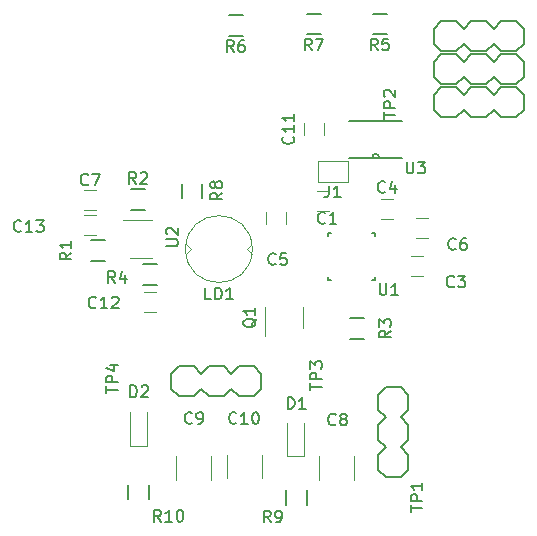
<source format=gto>
G04 #@! TF.GenerationSoftware,KiCad,Pcbnew,no-vcs-found-2a3a699~58~ubuntu16.04.1*
G04 #@! TF.CreationDate,2017-05-21T17:49:45+03:00*
G04 #@! TF.ProjectId,interferometer,696E7465726665726F6D657465722E6B,rev?*
G04 #@! TF.FileFunction,Legend,Top*
G04 #@! TF.FilePolarity,Positive*
%FSLAX46Y46*%
G04 Gerber Fmt 4.6, Leading zero omitted, Abs format (unit mm)*
G04 Created by KiCad (PCBNEW no-vcs-found-2a3a699~58~ubuntu16.04.1) date Sun May 21 17:49:45 2017*
%MOMM*%
%LPD*%
G01*
G04 APERTURE LIST*
%ADD10C,0.100000*%
%ADD11C,0.120000*%
%ADD12C,0.152400*%
%ADD13C,0.150000*%
%ADD14C,0.203200*%
G04 APERTURE END LIST*
D10*
D11*
X163545600Y-89026000D02*
X161005600Y-89026000D01*
X161005600Y-90806000D02*
X163545600Y-90806000D01*
X161005600Y-90806000D02*
X161005600Y-89026000D01*
X163545600Y-89026000D02*
X163545600Y-90806000D01*
D12*
X166222799Y-88773000D02*
G75*
G03X165613199Y-88773000I-304800J0D01*
G01*
X163670099Y-88773000D02*
X168165899Y-88773000D01*
X168165899Y-85674200D02*
X163670099Y-85674200D01*
D11*
X169299000Y-95592000D02*
X170299000Y-95592000D01*
X170299000Y-93892000D02*
X169299000Y-93892000D01*
X142232000Y-93638000D02*
X141232000Y-93638000D01*
X141232000Y-95338000D02*
X142232000Y-95338000D01*
X146950000Y-94021000D02*
X144500000Y-94021000D01*
X145150000Y-97241000D02*
X146950000Y-97241000D01*
D13*
X141828000Y-95772000D02*
X143028000Y-95772000D01*
X143028000Y-97522000D02*
X141828000Y-97522000D01*
D11*
X158431000Y-114068000D02*
X158431000Y-111268000D01*
X159831000Y-114068000D02*
X159831000Y-111268000D01*
X158431000Y-114068000D02*
X159831000Y-114068000D01*
X145146800Y-113153600D02*
X145146800Y-110353600D01*
X146546800Y-113153600D02*
X146546800Y-110353600D01*
X145146800Y-113153600D02*
X146546800Y-113153600D01*
D13*
X160082200Y-116951200D02*
X160082200Y-118151200D01*
X158332200Y-118151200D02*
X158332200Y-116951200D01*
X146721800Y-116519400D02*
X146721800Y-117719400D01*
X144971800Y-117719400D02*
X144971800Y-116519400D01*
D14*
X168021000Y-115824000D02*
X166751000Y-115824000D01*
X166116000Y-110109000D02*
X166116000Y-108839000D01*
X166751000Y-108204000D02*
X166116000Y-108839000D01*
X168656000Y-108839000D02*
X168021000Y-108204000D01*
X168021000Y-108204000D02*
X166751000Y-108204000D01*
X166116000Y-111379000D02*
X166751000Y-110744000D01*
X166116000Y-112649000D02*
X166116000Y-111379000D01*
X166751000Y-113284000D02*
X166116000Y-112649000D01*
X168656000Y-112649000D02*
X168021000Y-113284000D01*
X168656000Y-111379000D02*
X168656000Y-112649000D01*
X168021000Y-110744000D02*
X168656000Y-111379000D01*
X166751000Y-110744000D02*
X166116000Y-110109000D01*
X168656000Y-110109000D02*
X168021000Y-110744000D01*
X168656000Y-108839000D02*
X168656000Y-110109000D01*
X166116000Y-113919000D02*
X166751000Y-113284000D01*
X166116000Y-115189000D02*
X166116000Y-113919000D01*
X166751000Y-115824000D02*
X166116000Y-115189000D01*
X168656000Y-115189000D02*
X168021000Y-115824000D01*
X168656000Y-113919000D02*
X168656000Y-115189000D01*
X168021000Y-113284000D02*
X168656000Y-113919000D01*
D10*
X150238000Y-96520000D02*
X149838000Y-96120000D01*
X150238000Y-96520000D02*
X149838000Y-96920000D01*
X155038000Y-96520000D02*
X155438000Y-96120000D01*
X155038000Y-96520000D02*
X155438000Y-96920000D01*
X155466427Y-96520000D02*
G75*
G03X155466427Y-96520000I-2828427J0D01*
G01*
D12*
X162114860Y-95173800D02*
X161856100Y-95173800D01*
X165843900Y-95432560D02*
X165843900Y-95173800D01*
X165585140Y-99161600D02*
X165843900Y-99161600D01*
X161856100Y-99161600D02*
X162114860Y-99161600D01*
X161856100Y-95173800D02*
X161856100Y-95432560D01*
X165843900Y-95173800D02*
X165585140Y-95173800D01*
X165843900Y-99161600D02*
X165843900Y-98902840D01*
X161856100Y-98902840D02*
X161856100Y-99161600D01*
D11*
X146312000Y-101815000D02*
X147312000Y-101815000D01*
X147312000Y-100115000D02*
X146312000Y-100115000D01*
X161505000Y-86860000D02*
X161505000Y-85860000D01*
X159805000Y-85860000D02*
X159805000Y-86860000D01*
X158330000Y-94353000D02*
X158330000Y-93353000D01*
X156630000Y-93353000D02*
X156630000Y-94353000D01*
X166378000Y-93941000D02*
X167378000Y-93941000D01*
X167378000Y-92241000D02*
X166378000Y-92241000D01*
X168918000Y-98767000D02*
X169918000Y-98767000D01*
X169918000Y-97067000D02*
X168918000Y-97067000D01*
X161917000Y-91606000D02*
X160917000Y-91606000D01*
X160917000Y-93306000D02*
X161917000Y-93306000D01*
X141232000Y-93179000D02*
X142232000Y-93179000D01*
X142232000Y-91479000D02*
X141232000Y-91479000D01*
X161085000Y-114062000D02*
X161085000Y-116062000D01*
X164035000Y-116062000D02*
X164035000Y-114062000D01*
X149020000Y-114062000D02*
X149020000Y-116062000D01*
X151970000Y-116062000D02*
X151970000Y-114062000D01*
X153338000Y-113935000D02*
X153338000Y-115935000D01*
X156288000Y-115935000D02*
X156288000Y-113935000D01*
D13*
X146212000Y-97804000D02*
X147412000Y-97804000D01*
X147412000Y-99554000D02*
X146212000Y-99554000D01*
X163738000Y-102376000D02*
X164938000Y-102376000D01*
X164938000Y-104126000D02*
X163738000Y-104126000D01*
X146396000Y-93204000D02*
X145196000Y-93204000D01*
X145196000Y-91454000D02*
X146396000Y-91454000D01*
X151243000Y-90967000D02*
X151243000Y-92167000D01*
X149493000Y-92167000D02*
X149493000Y-90967000D01*
X160055000Y-76595000D02*
X161255000Y-76595000D01*
X161255000Y-78345000D02*
X160055000Y-78345000D01*
X154651000Y-78472000D02*
X153451000Y-78472000D01*
X153451000Y-76722000D02*
X154651000Y-76722000D01*
X165643000Y-76595000D02*
X166843000Y-76595000D01*
X166843000Y-78345000D02*
X165643000Y-78345000D01*
D11*
X156548000Y-101401000D02*
X156548000Y-103851000D01*
X159768000Y-103201000D02*
X159768000Y-101401000D01*
D14*
X170815000Y-81915000D02*
X170815000Y-80645000D01*
X176530000Y-80010000D02*
X177800000Y-80010000D01*
X178435000Y-80645000D02*
X177800000Y-80010000D01*
X177800000Y-82550000D02*
X178435000Y-81915000D01*
X178435000Y-81915000D02*
X178435000Y-80645000D01*
X175260000Y-80010000D02*
X175895000Y-80645000D01*
X173990000Y-80010000D02*
X175260000Y-80010000D01*
X173355000Y-80645000D02*
X173990000Y-80010000D01*
X173990000Y-82550000D02*
X173355000Y-81915000D01*
X175260000Y-82550000D02*
X173990000Y-82550000D01*
X175895000Y-81915000D02*
X175260000Y-82550000D01*
X175895000Y-80645000D02*
X176530000Y-80010000D01*
X176530000Y-82550000D02*
X175895000Y-81915000D01*
X177800000Y-82550000D02*
X176530000Y-82550000D01*
X172720000Y-80010000D02*
X173355000Y-80645000D01*
X171450000Y-80010000D02*
X172720000Y-80010000D01*
X170815000Y-80645000D02*
X171450000Y-80010000D01*
X171450000Y-82550000D02*
X170815000Y-81915000D01*
X172720000Y-82550000D02*
X171450000Y-82550000D01*
X173355000Y-81915000D02*
X172720000Y-82550000D01*
X170815000Y-79121000D02*
X170815000Y-77851000D01*
X176530000Y-77216000D02*
X177800000Y-77216000D01*
X178435000Y-77851000D02*
X177800000Y-77216000D01*
X177800000Y-79756000D02*
X178435000Y-79121000D01*
X178435000Y-79121000D02*
X178435000Y-77851000D01*
X175260000Y-77216000D02*
X175895000Y-77851000D01*
X173990000Y-77216000D02*
X175260000Y-77216000D01*
X173355000Y-77851000D02*
X173990000Y-77216000D01*
X173990000Y-79756000D02*
X173355000Y-79121000D01*
X175260000Y-79756000D02*
X173990000Y-79756000D01*
X175895000Y-79121000D02*
X175260000Y-79756000D01*
X175895000Y-77851000D02*
X176530000Y-77216000D01*
X176530000Y-79756000D02*
X175895000Y-79121000D01*
X177800000Y-79756000D02*
X176530000Y-79756000D01*
X172720000Y-77216000D02*
X173355000Y-77851000D01*
X171450000Y-77216000D02*
X172720000Y-77216000D01*
X170815000Y-77851000D02*
X171450000Y-77216000D01*
X171450000Y-79756000D02*
X170815000Y-79121000D01*
X172720000Y-79756000D02*
X171450000Y-79756000D01*
X173355000Y-79121000D02*
X172720000Y-79756000D01*
X148590000Y-108331000D02*
X148590000Y-107061000D01*
X154305000Y-106426000D02*
X155575000Y-106426000D01*
X156210000Y-107061000D02*
X155575000Y-106426000D01*
X155575000Y-108966000D02*
X156210000Y-108331000D01*
X156210000Y-108331000D02*
X156210000Y-107061000D01*
X153035000Y-106426000D02*
X153670000Y-107061000D01*
X151765000Y-106426000D02*
X153035000Y-106426000D01*
X151130000Y-107061000D02*
X151765000Y-106426000D01*
X151765000Y-108966000D02*
X151130000Y-108331000D01*
X153035000Y-108966000D02*
X151765000Y-108966000D01*
X153670000Y-108331000D02*
X153035000Y-108966000D01*
X153670000Y-107061000D02*
X154305000Y-106426000D01*
X154305000Y-108966000D02*
X153670000Y-108331000D01*
X155575000Y-108966000D02*
X154305000Y-108966000D01*
X150495000Y-106426000D02*
X151130000Y-107061000D01*
X149225000Y-106426000D02*
X150495000Y-106426000D01*
X148590000Y-107061000D02*
X149225000Y-106426000D01*
X149225000Y-108966000D02*
X148590000Y-108331000D01*
X150495000Y-108966000D02*
X149225000Y-108966000D01*
X151130000Y-108331000D02*
X150495000Y-108966000D01*
X170815000Y-84709000D02*
X170815000Y-83439000D01*
X176530000Y-82804000D02*
X177800000Y-82804000D01*
X178435000Y-83439000D02*
X177800000Y-82804000D01*
X177800000Y-85344000D02*
X178435000Y-84709000D01*
X178435000Y-84709000D02*
X178435000Y-83439000D01*
X175260000Y-82804000D02*
X175895000Y-83439000D01*
X173990000Y-82804000D02*
X175260000Y-82804000D01*
X173355000Y-83439000D02*
X173990000Y-82804000D01*
X173990000Y-85344000D02*
X173355000Y-84709000D01*
X175260000Y-85344000D02*
X173990000Y-85344000D01*
X175895000Y-84709000D02*
X175260000Y-85344000D01*
X175895000Y-83439000D02*
X176530000Y-82804000D01*
X176530000Y-85344000D02*
X175895000Y-84709000D01*
X177800000Y-85344000D02*
X176530000Y-85344000D01*
X172720000Y-82804000D02*
X173355000Y-83439000D01*
X171450000Y-82804000D02*
X172720000Y-82804000D01*
X170815000Y-83439000D02*
X171450000Y-82804000D01*
X171450000Y-85344000D02*
X170815000Y-84709000D01*
X172720000Y-85344000D02*
X171450000Y-85344000D01*
X173355000Y-84709000D02*
X172720000Y-85344000D01*
D13*
X161942266Y-91148380D02*
X161942266Y-91862666D01*
X161894647Y-92005523D01*
X161799409Y-92100761D01*
X161656552Y-92148380D01*
X161561314Y-92148380D01*
X162942266Y-92148380D02*
X162370838Y-92148380D01*
X162656552Y-92148380D02*
X162656552Y-91148380D01*
X162561314Y-91291238D01*
X162466076Y-91386476D01*
X162370838Y-91434095D01*
X168529095Y-89114380D02*
X168529095Y-89923904D01*
X168576714Y-90019142D01*
X168624333Y-90066761D01*
X168719571Y-90114380D01*
X168910047Y-90114380D01*
X169005285Y-90066761D01*
X169052904Y-90019142D01*
X169100523Y-89923904D01*
X169100523Y-89114380D01*
X169481476Y-89114380D02*
X170100523Y-89114380D01*
X169767190Y-89495333D01*
X169910047Y-89495333D01*
X170005285Y-89542952D01*
X170052904Y-89590571D01*
X170100523Y-89685809D01*
X170100523Y-89923904D01*
X170052904Y-90019142D01*
X170005285Y-90066761D01*
X169910047Y-90114380D01*
X169624333Y-90114380D01*
X169529095Y-90066761D01*
X169481476Y-90019142D01*
X172680333Y-96496142D02*
X172632714Y-96543761D01*
X172489857Y-96591380D01*
X172394619Y-96591380D01*
X172251761Y-96543761D01*
X172156523Y-96448523D01*
X172108904Y-96353285D01*
X172061285Y-96162809D01*
X172061285Y-96019952D01*
X172108904Y-95829476D01*
X172156523Y-95734238D01*
X172251761Y-95639000D01*
X172394619Y-95591380D01*
X172489857Y-95591380D01*
X172632714Y-95639000D01*
X172680333Y-95686619D01*
X173537476Y-95591380D02*
X173347000Y-95591380D01*
X173251761Y-95639000D01*
X173204142Y-95686619D01*
X173108904Y-95829476D01*
X173061285Y-96019952D01*
X173061285Y-96400904D01*
X173108904Y-96496142D01*
X173156523Y-96543761D01*
X173251761Y-96591380D01*
X173442238Y-96591380D01*
X173537476Y-96543761D01*
X173585095Y-96496142D01*
X173632714Y-96400904D01*
X173632714Y-96162809D01*
X173585095Y-96067571D01*
X173537476Y-96019952D01*
X173442238Y-95972333D01*
X173251761Y-95972333D01*
X173156523Y-96019952D01*
X173108904Y-96067571D01*
X173061285Y-96162809D01*
X135882142Y-94972142D02*
X135834523Y-95019761D01*
X135691666Y-95067380D01*
X135596428Y-95067380D01*
X135453571Y-95019761D01*
X135358333Y-94924523D01*
X135310714Y-94829285D01*
X135263095Y-94638809D01*
X135263095Y-94495952D01*
X135310714Y-94305476D01*
X135358333Y-94210238D01*
X135453571Y-94115000D01*
X135596428Y-94067380D01*
X135691666Y-94067380D01*
X135834523Y-94115000D01*
X135882142Y-94162619D01*
X136834523Y-95067380D02*
X136263095Y-95067380D01*
X136548809Y-95067380D02*
X136548809Y-94067380D01*
X136453571Y-94210238D01*
X136358333Y-94305476D01*
X136263095Y-94353095D01*
X137167857Y-94067380D02*
X137786904Y-94067380D01*
X137453571Y-94448333D01*
X137596428Y-94448333D01*
X137691666Y-94495952D01*
X137739285Y-94543571D01*
X137786904Y-94638809D01*
X137786904Y-94876904D01*
X137739285Y-94972142D01*
X137691666Y-95019761D01*
X137596428Y-95067380D01*
X137310714Y-95067380D01*
X137215476Y-95019761D01*
X137167857Y-94972142D01*
X148169380Y-96265904D02*
X148978904Y-96265904D01*
X149074142Y-96218285D01*
X149121761Y-96170666D01*
X149169380Y-96075428D01*
X149169380Y-95884952D01*
X149121761Y-95789714D01*
X149074142Y-95742095D01*
X148978904Y-95694476D01*
X148169380Y-95694476D01*
X148264619Y-95265904D02*
X148217000Y-95218285D01*
X148169380Y-95123047D01*
X148169380Y-94884952D01*
X148217000Y-94789714D01*
X148264619Y-94742095D01*
X148359857Y-94694476D01*
X148455095Y-94694476D01*
X148597952Y-94742095D01*
X149169380Y-95313523D01*
X149169380Y-94694476D01*
X140152380Y-96813666D02*
X139676190Y-97147000D01*
X140152380Y-97385095D02*
X139152380Y-97385095D01*
X139152380Y-97004142D01*
X139200000Y-96908904D01*
X139247619Y-96861285D01*
X139342857Y-96813666D01*
X139485714Y-96813666D01*
X139580952Y-96861285D01*
X139628571Y-96908904D01*
X139676190Y-97004142D01*
X139676190Y-97385095D01*
X140152380Y-95861285D02*
X140152380Y-96432714D01*
X140152380Y-96147000D02*
X139152380Y-96147000D01*
X139295238Y-96242238D01*
X139390476Y-96337476D01*
X139438095Y-96432714D01*
X160361380Y-108449904D02*
X160361380Y-107878476D01*
X161361380Y-108164190D02*
X160361380Y-108164190D01*
X161361380Y-107545142D02*
X160361380Y-107545142D01*
X160361380Y-107164190D01*
X160409000Y-107068952D01*
X160456619Y-107021333D01*
X160551857Y-106973714D01*
X160694714Y-106973714D01*
X160789952Y-107021333D01*
X160837571Y-107068952D01*
X160885190Y-107164190D01*
X160885190Y-107545142D01*
X160361380Y-106640380D02*
X160361380Y-106021333D01*
X160742333Y-106354666D01*
X160742333Y-106211809D01*
X160789952Y-106116571D01*
X160837571Y-106068952D01*
X160932809Y-106021333D01*
X161170904Y-106021333D01*
X161266142Y-106068952D01*
X161313761Y-106116571D01*
X161361380Y-106211809D01*
X161361380Y-106497523D01*
X161313761Y-106592761D01*
X161266142Y-106640380D01*
X168870380Y-118736904D02*
X168870380Y-118165476D01*
X169870380Y-118451190D02*
X168870380Y-118451190D01*
X169870380Y-117832142D02*
X168870380Y-117832142D01*
X168870380Y-117451190D01*
X168918000Y-117355952D01*
X168965619Y-117308333D01*
X169060857Y-117260714D01*
X169203714Y-117260714D01*
X169298952Y-117308333D01*
X169346571Y-117355952D01*
X169394190Y-117451190D01*
X169394190Y-117832142D01*
X169870380Y-116308333D02*
X169870380Y-116879761D01*
X169870380Y-116594047D02*
X168870380Y-116594047D01*
X169013238Y-116689285D01*
X169108476Y-116784523D01*
X169156095Y-116879761D01*
X166584380Y-85462904D02*
X166584380Y-84891476D01*
X167584380Y-85177190D02*
X166584380Y-85177190D01*
X167584380Y-84558142D02*
X166584380Y-84558142D01*
X166584380Y-84177190D01*
X166632000Y-84081952D01*
X166679619Y-84034333D01*
X166774857Y-83986714D01*
X166917714Y-83986714D01*
X167012952Y-84034333D01*
X167060571Y-84081952D01*
X167108190Y-84177190D01*
X167108190Y-84558142D01*
X166679619Y-83605761D02*
X166632000Y-83558142D01*
X166584380Y-83462904D01*
X166584380Y-83224809D01*
X166632000Y-83129571D01*
X166679619Y-83081952D01*
X166774857Y-83034333D01*
X166870095Y-83034333D01*
X167012952Y-83081952D01*
X167584380Y-83653380D01*
X167584380Y-83034333D01*
X143089380Y-108703904D02*
X143089380Y-108132476D01*
X144089380Y-108418190D02*
X143089380Y-108418190D01*
X144089380Y-107799142D02*
X143089380Y-107799142D01*
X143089380Y-107418190D01*
X143137000Y-107322952D01*
X143184619Y-107275333D01*
X143279857Y-107227714D01*
X143422714Y-107227714D01*
X143517952Y-107275333D01*
X143565571Y-107322952D01*
X143613190Y-107418190D01*
X143613190Y-107799142D01*
X143422714Y-106370571D02*
X144089380Y-106370571D01*
X143041761Y-106608666D02*
X143756047Y-106846761D01*
X143756047Y-106227714D01*
X158469104Y-110053380D02*
X158469104Y-109053380D01*
X158707200Y-109053380D01*
X158850057Y-109101000D01*
X158945295Y-109196238D01*
X158992914Y-109291476D01*
X159040533Y-109481952D01*
X159040533Y-109624809D01*
X158992914Y-109815285D01*
X158945295Y-109910523D01*
X158850057Y-110005761D01*
X158707200Y-110053380D01*
X158469104Y-110053380D01*
X159992914Y-110053380D02*
X159421485Y-110053380D01*
X159707200Y-110053380D02*
X159707200Y-109053380D01*
X159611961Y-109196238D01*
X159516723Y-109291476D01*
X159421485Y-109339095D01*
X145134104Y-109062780D02*
X145134104Y-108062780D01*
X145372200Y-108062780D01*
X145515057Y-108110400D01*
X145610295Y-108205638D01*
X145657914Y-108300876D01*
X145705533Y-108491352D01*
X145705533Y-108634209D01*
X145657914Y-108824685D01*
X145610295Y-108919923D01*
X145515057Y-109015161D01*
X145372200Y-109062780D01*
X145134104Y-109062780D01*
X146086485Y-108158019D02*
X146134104Y-108110400D01*
X146229342Y-108062780D01*
X146467438Y-108062780D01*
X146562676Y-108110400D01*
X146610295Y-108158019D01*
X146657914Y-108253257D01*
X146657914Y-108348495D01*
X146610295Y-108491352D01*
X146038866Y-109062780D01*
X146657914Y-109062780D01*
X157008533Y-119654580D02*
X156675200Y-119178390D01*
X156437104Y-119654580D02*
X156437104Y-118654580D01*
X156818057Y-118654580D01*
X156913295Y-118702200D01*
X156960914Y-118749819D01*
X157008533Y-118845057D01*
X157008533Y-118987914D01*
X156960914Y-119083152D01*
X156913295Y-119130771D01*
X156818057Y-119178390D01*
X156437104Y-119178390D01*
X157484723Y-119654580D02*
X157675200Y-119654580D01*
X157770438Y-119606961D01*
X157818057Y-119559342D01*
X157913295Y-119416485D01*
X157960914Y-119226009D01*
X157960914Y-118845057D01*
X157913295Y-118749819D01*
X157865676Y-118702200D01*
X157770438Y-118654580D01*
X157579961Y-118654580D01*
X157484723Y-118702200D01*
X157437104Y-118749819D01*
X157389485Y-118845057D01*
X157389485Y-119083152D01*
X157437104Y-119178390D01*
X157484723Y-119226009D01*
X157579961Y-119273628D01*
X157770438Y-119273628D01*
X157865676Y-119226009D01*
X157913295Y-119178390D01*
X157960914Y-119083152D01*
X147718542Y-119603780D02*
X147385209Y-119127590D01*
X147147114Y-119603780D02*
X147147114Y-118603780D01*
X147528066Y-118603780D01*
X147623304Y-118651400D01*
X147670923Y-118699019D01*
X147718542Y-118794257D01*
X147718542Y-118937114D01*
X147670923Y-119032352D01*
X147623304Y-119079971D01*
X147528066Y-119127590D01*
X147147114Y-119127590D01*
X148670923Y-119603780D02*
X148099495Y-119603780D01*
X148385209Y-119603780D02*
X148385209Y-118603780D01*
X148289971Y-118746638D01*
X148194733Y-118841876D01*
X148099495Y-118889495D01*
X149289971Y-118603780D02*
X149385209Y-118603780D01*
X149480447Y-118651400D01*
X149528066Y-118699019D01*
X149575685Y-118794257D01*
X149623304Y-118984733D01*
X149623304Y-119222828D01*
X149575685Y-119413304D01*
X149528066Y-119508542D01*
X149480447Y-119556161D01*
X149385209Y-119603780D01*
X149289971Y-119603780D01*
X149194733Y-119556161D01*
X149147114Y-119508542D01*
X149099495Y-119413304D01*
X149051876Y-119222828D01*
X149051876Y-118984733D01*
X149099495Y-118794257D01*
X149147114Y-118699019D01*
X149194733Y-118651400D01*
X149289971Y-118603780D01*
X151971333Y-100782380D02*
X151495142Y-100782380D01*
X151495142Y-99782380D01*
X152304666Y-100782380D02*
X152304666Y-99782380D01*
X152542761Y-99782380D01*
X152685619Y-99830000D01*
X152780857Y-99925238D01*
X152828476Y-100020476D01*
X152876095Y-100210952D01*
X152876095Y-100353809D01*
X152828476Y-100544285D01*
X152780857Y-100639523D01*
X152685619Y-100734761D01*
X152542761Y-100782380D01*
X152304666Y-100782380D01*
X153828476Y-100782380D02*
X153257047Y-100782380D01*
X153542761Y-100782380D02*
X153542761Y-99782380D01*
X153447523Y-99925238D01*
X153352285Y-100020476D01*
X153257047Y-100068095D01*
X166243095Y-99401380D02*
X166243095Y-100210904D01*
X166290714Y-100306142D01*
X166338333Y-100353761D01*
X166433571Y-100401380D01*
X166624047Y-100401380D01*
X166719285Y-100353761D01*
X166766904Y-100306142D01*
X166814523Y-100210904D01*
X166814523Y-99401380D01*
X167814523Y-100401380D02*
X167243095Y-100401380D01*
X167528809Y-100401380D02*
X167528809Y-99401380D01*
X167433571Y-99544238D01*
X167338333Y-99639476D01*
X167243095Y-99687095D01*
X142232142Y-101449142D02*
X142184523Y-101496761D01*
X142041666Y-101544380D01*
X141946428Y-101544380D01*
X141803571Y-101496761D01*
X141708333Y-101401523D01*
X141660714Y-101306285D01*
X141613095Y-101115809D01*
X141613095Y-100972952D01*
X141660714Y-100782476D01*
X141708333Y-100687238D01*
X141803571Y-100592000D01*
X141946428Y-100544380D01*
X142041666Y-100544380D01*
X142184523Y-100592000D01*
X142232142Y-100639619D01*
X143184523Y-101544380D02*
X142613095Y-101544380D01*
X142898809Y-101544380D02*
X142898809Y-100544380D01*
X142803571Y-100687238D01*
X142708333Y-100782476D01*
X142613095Y-100830095D01*
X143565476Y-100639619D02*
X143613095Y-100592000D01*
X143708333Y-100544380D01*
X143946428Y-100544380D01*
X144041666Y-100592000D01*
X144089285Y-100639619D01*
X144136904Y-100734857D01*
X144136904Y-100830095D01*
X144089285Y-100972952D01*
X143517857Y-101544380D01*
X144136904Y-101544380D01*
X158912142Y-87002857D02*
X158959761Y-87050476D01*
X159007380Y-87193333D01*
X159007380Y-87288571D01*
X158959761Y-87431428D01*
X158864523Y-87526666D01*
X158769285Y-87574285D01*
X158578809Y-87621904D01*
X158435952Y-87621904D01*
X158245476Y-87574285D01*
X158150238Y-87526666D01*
X158055000Y-87431428D01*
X158007380Y-87288571D01*
X158007380Y-87193333D01*
X158055000Y-87050476D01*
X158102619Y-87002857D01*
X159007380Y-86050476D02*
X159007380Y-86621904D01*
X159007380Y-86336190D02*
X158007380Y-86336190D01*
X158150238Y-86431428D01*
X158245476Y-86526666D01*
X158293095Y-86621904D01*
X159007380Y-85098095D02*
X159007380Y-85669523D01*
X159007380Y-85383809D02*
X158007380Y-85383809D01*
X158150238Y-85479047D01*
X158245476Y-85574285D01*
X158293095Y-85669523D01*
X157440333Y-97766142D02*
X157392714Y-97813761D01*
X157249857Y-97861380D01*
X157154619Y-97861380D01*
X157011761Y-97813761D01*
X156916523Y-97718523D01*
X156868904Y-97623285D01*
X156821285Y-97432809D01*
X156821285Y-97289952D01*
X156868904Y-97099476D01*
X156916523Y-97004238D01*
X157011761Y-96909000D01*
X157154619Y-96861380D01*
X157249857Y-96861380D01*
X157392714Y-96909000D01*
X157440333Y-96956619D01*
X158345095Y-96861380D02*
X157868904Y-96861380D01*
X157821285Y-97337571D01*
X157868904Y-97289952D01*
X157964142Y-97242333D01*
X158202238Y-97242333D01*
X158297476Y-97289952D01*
X158345095Y-97337571D01*
X158392714Y-97432809D01*
X158392714Y-97670904D01*
X158345095Y-97766142D01*
X158297476Y-97813761D01*
X158202238Y-97861380D01*
X157964142Y-97861380D01*
X157868904Y-97813761D01*
X157821285Y-97766142D01*
X166711333Y-91670142D02*
X166663714Y-91717761D01*
X166520857Y-91765380D01*
X166425619Y-91765380D01*
X166282761Y-91717761D01*
X166187523Y-91622523D01*
X166139904Y-91527285D01*
X166092285Y-91336809D01*
X166092285Y-91193952D01*
X166139904Y-91003476D01*
X166187523Y-90908238D01*
X166282761Y-90813000D01*
X166425619Y-90765380D01*
X166520857Y-90765380D01*
X166663714Y-90813000D01*
X166711333Y-90860619D01*
X167568476Y-91098714D02*
X167568476Y-91765380D01*
X167330380Y-90717761D02*
X167092285Y-91432047D01*
X167711333Y-91432047D01*
X172553333Y-99671142D02*
X172505714Y-99718761D01*
X172362857Y-99766380D01*
X172267619Y-99766380D01*
X172124761Y-99718761D01*
X172029523Y-99623523D01*
X171981904Y-99528285D01*
X171934285Y-99337809D01*
X171934285Y-99194952D01*
X171981904Y-99004476D01*
X172029523Y-98909238D01*
X172124761Y-98814000D01*
X172267619Y-98766380D01*
X172362857Y-98766380D01*
X172505714Y-98814000D01*
X172553333Y-98861619D01*
X172886666Y-98766380D02*
X173505714Y-98766380D01*
X173172380Y-99147333D01*
X173315238Y-99147333D01*
X173410476Y-99194952D01*
X173458095Y-99242571D01*
X173505714Y-99337809D01*
X173505714Y-99575904D01*
X173458095Y-99671142D01*
X173410476Y-99718761D01*
X173315238Y-99766380D01*
X173029523Y-99766380D01*
X172934285Y-99718761D01*
X172886666Y-99671142D01*
X161631333Y-94286342D02*
X161583714Y-94333961D01*
X161440857Y-94381580D01*
X161345619Y-94381580D01*
X161202761Y-94333961D01*
X161107523Y-94238723D01*
X161059904Y-94143485D01*
X161012285Y-93953009D01*
X161012285Y-93810152D01*
X161059904Y-93619676D01*
X161107523Y-93524438D01*
X161202761Y-93429200D01*
X161345619Y-93381580D01*
X161440857Y-93381580D01*
X161583714Y-93429200D01*
X161631333Y-93476819D01*
X162583714Y-94381580D02*
X162012285Y-94381580D01*
X162298000Y-94381580D02*
X162298000Y-93381580D01*
X162202761Y-93524438D01*
X162107523Y-93619676D01*
X162012285Y-93667295D01*
X141565333Y-91035142D02*
X141517714Y-91082761D01*
X141374857Y-91130380D01*
X141279619Y-91130380D01*
X141136761Y-91082761D01*
X141041523Y-90987523D01*
X140993904Y-90892285D01*
X140946285Y-90701809D01*
X140946285Y-90558952D01*
X140993904Y-90368476D01*
X141041523Y-90273238D01*
X141136761Y-90178000D01*
X141279619Y-90130380D01*
X141374857Y-90130380D01*
X141517714Y-90178000D01*
X141565333Y-90225619D01*
X141898666Y-90130380D02*
X142565333Y-90130380D01*
X142136761Y-91130380D01*
X162520333Y-111355142D02*
X162472714Y-111402761D01*
X162329857Y-111450380D01*
X162234619Y-111450380D01*
X162091761Y-111402761D01*
X161996523Y-111307523D01*
X161948904Y-111212285D01*
X161901285Y-111021809D01*
X161901285Y-110878952D01*
X161948904Y-110688476D01*
X161996523Y-110593238D01*
X162091761Y-110498000D01*
X162234619Y-110450380D01*
X162329857Y-110450380D01*
X162472714Y-110498000D01*
X162520333Y-110545619D01*
X163091761Y-110878952D02*
X162996523Y-110831333D01*
X162948904Y-110783714D01*
X162901285Y-110688476D01*
X162901285Y-110640857D01*
X162948904Y-110545619D01*
X162996523Y-110498000D01*
X163091761Y-110450380D01*
X163282238Y-110450380D01*
X163377476Y-110498000D01*
X163425095Y-110545619D01*
X163472714Y-110640857D01*
X163472714Y-110688476D01*
X163425095Y-110783714D01*
X163377476Y-110831333D01*
X163282238Y-110878952D01*
X163091761Y-110878952D01*
X162996523Y-110926571D01*
X162948904Y-110974190D01*
X162901285Y-111069428D01*
X162901285Y-111259904D01*
X162948904Y-111355142D01*
X162996523Y-111402761D01*
X163091761Y-111450380D01*
X163282238Y-111450380D01*
X163377476Y-111402761D01*
X163425095Y-111355142D01*
X163472714Y-111259904D01*
X163472714Y-111069428D01*
X163425095Y-110974190D01*
X163377476Y-110926571D01*
X163282238Y-110878952D01*
X150353733Y-111228142D02*
X150306114Y-111275761D01*
X150163257Y-111323380D01*
X150068019Y-111323380D01*
X149925161Y-111275761D01*
X149829923Y-111180523D01*
X149782304Y-111085285D01*
X149734685Y-110894809D01*
X149734685Y-110751952D01*
X149782304Y-110561476D01*
X149829923Y-110466238D01*
X149925161Y-110371000D01*
X150068019Y-110323380D01*
X150163257Y-110323380D01*
X150306114Y-110371000D01*
X150353733Y-110418619D01*
X150829923Y-111323380D02*
X151020400Y-111323380D01*
X151115638Y-111275761D01*
X151163257Y-111228142D01*
X151258495Y-111085285D01*
X151306114Y-110894809D01*
X151306114Y-110513857D01*
X151258495Y-110418619D01*
X151210876Y-110371000D01*
X151115638Y-110323380D01*
X150925161Y-110323380D01*
X150829923Y-110371000D01*
X150782304Y-110418619D01*
X150734685Y-110513857D01*
X150734685Y-110751952D01*
X150782304Y-110847190D01*
X150829923Y-110894809D01*
X150925161Y-110942428D01*
X151115638Y-110942428D01*
X151210876Y-110894809D01*
X151258495Y-110847190D01*
X151306114Y-110751952D01*
X154119342Y-111228142D02*
X154071723Y-111275761D01*
X153928866Y-111323380D01*
X153833628Y-111323380D01*
X153690771Y-111275761D01*
X153595533Y-111180523D01*
X153547914Y-111085285D01*
X153500295Y-110894809D01*
X153500295Y-110751952D01*
X153547914Y-110561476D01*
X153595533Y-110466238D01*
X153690771Y-110371000D01*
X153833628Y-110323380D01*
X153928866Y-110323380D01*
X154071723Y-110371000D01*
X154119342Y-110418619D01*
X155071723Y-111323380D02*
X154500295Y-111323380D01*
X154786009Y-111323380D02*
X154786009Y-110323380D01*
X154690771Y-110466238D01*
X154595533Y-110561476D01*
X154500295Y-110609095D01*
X155690771Y-110323380D02*
X155786009Y-110323380D01*
X155881247Y-110371000D01*
X155928866Y-110418619D01*
X155976485Y-110513857D01*
X156024104Y-110704333D01*
X156024104Y-110942428D01*
X155976485Y-111132904D01*
X155928866Y-111228142D01*
X155881247Y-111275761D01*
X155786009Y-111323380D01*
X155690771Y-111323380D01*
X155595533Y-111275761D01*
X155547914Y-111228142D01*
X155500295Y-111132904D01*
X155452676Y-110942428D01*
X155452676Y-110704333D01*
X155500295Y-110513857D01*
X155547914Y-110418619D01*
X155595533Y-110371000D01*
X155690771Y-110323380D01*
X143851333Y-99385380D02*
X143518000Y-98909190D01*
X143279904Y-99385380D02*
X143279904Y-98385380D01*
X143660857Y-98385380D01*
X143756095Y-98433000D01*
X143803714Y-98480619D01*
X143851333Y-98575857D01*
X143851333Y-98718714D01*
X143803714Y-98813952D01*
X143756095Y-98861571D01*
X143660857Y-98909190D01*
X143279904Y-98909190D01*
X144708476Y-98718714D02*
X144708476Y-99385380D01*
X144470380Y-98337761D02*
X144232285Y-99052047D01*
X144851333Y-99052047D01*
X167203380Y-103417666D02*
X166727190Y-103751000D01*
X167203380Y-103989095D02*
X166203380Y-103989095D01*
X166203380Y-103608142D01*
X166251000Y-103512904D01*
X166298619Y-103465285D01*
X166393857Y-103417666D01*
X166536714Y-103417666D01*
X166631952Y-103465285D01*
X166679571Y-103512904D01*
X166727190Y-103608142D01*
X166727190Y-103989095D01*
X166203380Y-103084333D02*
X166203380Y-102465285D01*
X166584333Y-102798619D01*
X166584333Y-102655761D01*
X166631952Y-102560523D01*
X166679571Y-102512904D01*
X166774809Y-102465285D01*
X167012904Y-102465285D01*
X167108142Y-102512904D01*
X167155761Y-102560523D01*
X167203380Y-102655761D01*
X167203380Y-102941476D01*
X167155761Y-103036714D01*
X167108142Y-103084333D01*
X145629333Y-91003380D02*
X145296000Y-90527190D01*
X145057904Y-91003380D02*
X145057904Y-90003380D01*
X145438857Y-90003380D01*
X145534095Y-90051000D01*
X145581714Y-90098619D01*
X145629333Y-90193857D01*
X145629333Y-90336714D01*
X145581714Y-90431952D01*
X145534095Y-90479571D01*
X145438857Y-90527190D01*
X145057904Y-90527190D01*
X146010285Y-90098619D02*
X146057904Y-90051000D01*
X146153142Y-90003380D01*
X146391238Y-90003380D01*
X146486476Y-90051000D01*
X146534095Y-90098619D01*
X146581714Y-90193857D01*
X146581714Y-90289095D01*
X146534095Y-90431952D01*
X145962666Y-91003380D01*
X146581714Y-91003380D01*
X152920380Y-91733666D02*
X152444190Y-92067000D01*
X152920380Y-92305095D02*
X151920380Y-92305095D01*
X151920380Y-91924142D01*
X151968000Y-91828904D01*
X152015619Y-91781285D01*
X152110857Y-91733666D01*
X152253714Y-91733666D01*
X152348952Y-91781285D01*
X152396571Y-91828904D01*
X152444190Y-91924142D01*
X152444190Y-92305095D01*
X152348952Y-91162238D02*
X152301333Y-91257476D01*
X152253714Y-91305095D01*
X152158476Y-91352714D01*
X152110857Y-91352714D01*
X152015619Y-91305095D01*
X151968000Y-91257476D01*
X151920380Y-91162238D01*
X151920380Y-90971761D01*
X151968000Y-90876523D01*
X152015619Y-90828904D01*
X152110857Y-90781285D01*
X152158476Y-90781285D01*
X152253714Y-90828904D01*
X152301333Y-90876523D01*
X152348952Y-90971761D01*
X152348952Y-91162238D01*
X152396571Y-91257476D01*
X152444190Y-91305095D01*
X152539428Y-91352714D01*
X152729904Y-91352714D01*
X152825142Y-91305095D01*
X152872761Y-91257476D01*
X152920380Y-91162238D01*
X152920380Y-90971761D01*
X152872761Y-90876523D01*
X152825142Y-90828904D01*
X152729904Y-90781285D01*
X152539428Y-90781285D01*
X152444190Y-90828904D01*
X152396571Y-90876523D01*
X152348952Y-90971761D01*
X160488333Y-79700380D02*
X160155000Y-79224190D01*
X159916904Y-79700380D02*
X159916904Y-78700380D01*
X160297857Y-78700380D01*
X160393095Y-78748000D01*
X160440714Y-78795619D01*
X160488333Y-78890857D01*
X160488333Y-79033714D01*
X160440714Y-79128952D01*
X160393095Y-79176571D01*
X160297857Y-79224190D01*
X159916904Y-79224190D01*
X160821666Y-78700380D02*
X161488333Y-78700380D01*
X161059761Y-79700380D01*
X153884333Y-79827380D02*
X153551000Y-79351190D01*
X153312904Y-79827380D02*
X153312904Y-78827380D01*
X153693857Y-78827380D01*
X153789095Y-78875000D01*
X153836714Y-78922619D01*
X153884333Y-79017857D01*
X153884333Y-79160714D01*
X153836714Y-79255952D01*
X153789095Y-79303571D01*
X153693857Y-79351190D01*
X153312904Y-79351190D01*
X154741476Y-78827380D02*
X154551000Y-78827380D01*
X154455761Y-78875000D01*
X154408142Y-78922619D01*
X154312904Y-79065476D01*
X154265285Y-79255952D01*
X154265285Y-79636904D01*
X154312904Y-79732142D01*
X154360523Y-79779761D01*
X154455761Y-79827380D01*
X154646238Y-79827380D01*
X154741476Y-79779761D01*
X154789095Y-79732142D01*
X154836714Y-79636904D01*
X154836714Y-79398809D01*
X154789095Y-79303571D01*
X154741476Y-79255952D01*
X154646238Y-79208333D01*
X154455761Y-79208333D01*
X154360523Y-79255952D01*
X154312904Y-79303571D01*
X154265285Y-79398809D01*
X166076333Y-79700380D02*
X165743000Y-79224190D01*
X165504904Y-79700380D02*
X165504904Y-78700380D01*
X165885857Y-78700380D01*
X165981095Y-78748000D01*
X166028714Y-78795619D01*
X166076333Y-78890857D01*
X166076333Y-79033714D01*
X166028714Y-79128952D01*
X165981095Y-79176571D01*
X165885857Y-79224190D01*
X165504904Y-79224190D01*
X166981095Y-78700380D02*
X166504904Y-78700380D01*
X166457285Y-79176571D01*
X166504904Y-79128952D01*
X166600142Y-79081333D01*
X166838238Y-79081333D01*
X166933476Y-79128952D01*
X166981095Y-79176571D01*
X167028714Y-79271809D01*
X167028714Y-79509904D01*
X166981095Y-79605142D01*
X166933476Y-79652761D01*
X166838238Y-79700380D01*
X166600142Y-79700380D01*
X166504904Y-79652761D01*
X166457285Y-79605142D01*
X155805619Y-102396238D02*
X155758000Y-102491476D01*
X155662761Y-102586714D01*
X155519904Y-102729571D01*
X155472285Y-102824809D01*
X155472285Y-102920047D01*
X155710380Y-102872428D02*
X155662761Y-102967666D01*
X155567523Y-103062904D01*
X155377047Y-103110523D01*
X155043714Y-103110523D01*
X154853238Y-103062904D01*
X154758000Y-102967666D01*
X154710380Y-102872428D01*
X154710380Y-102681952D01*
X154758000Y-102586714D01*
X154853238Y-102491476D01*
X155043714Y-102443857D01*
X155377047Y-102443857D01*
X155567523Y-102491476D01*
X155662761Y-102586714D01*
X155710380Y-102681952D01*
X155710380Y-102872428D01*
X155710380Y-101491476D02*
X155710380Y-102062904D01*
X155710380Y-101777190D02*
X154710380Y-101777190D01*
X154853238Y-101872428D01*
X154948476Y-101967666D01*
X154996095Y-102062904D01*
M02*

</source>
